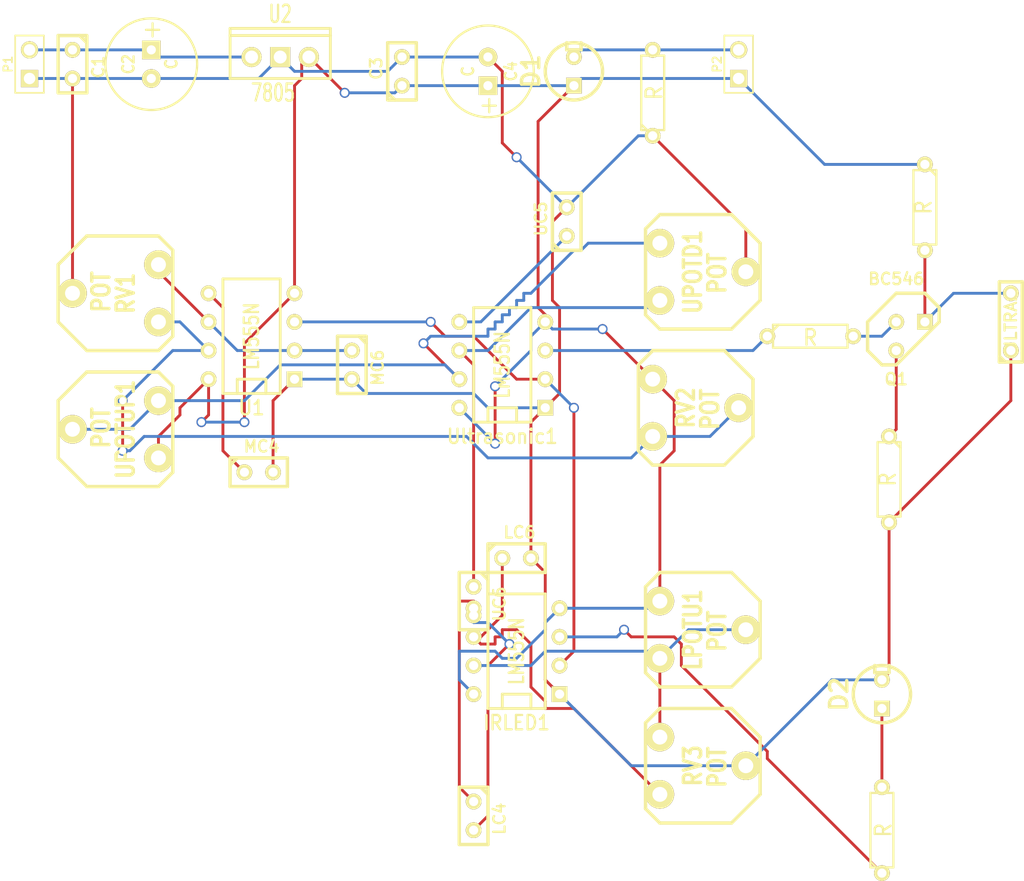
<source format=kicad_pcb>
(kicad_pcb (version 3) (host pcbnew "(25-Oct-2014 BZR 4029)-stable")

  (general
    (links 68)
    (no_connects 1)
    (area 18.415 12.7 109.855 91.44)
    (thickness 1.6)
    (drawings 0)
    (tracks 224)
    (zones 0)
    (modules 31)
    (nets 21)
  )

  (page A3)
  (layers
    (15 F.Cu signal)
    (0 B.Cu signal)
    (16 B.Adhes user)
    (17 F.Adhes user)
    (18 B.Paste user)
    (19 F.Paste user)
    (20 B.SilkS user)
    (21 F.SilkS user)
    (22 B.Mask user)
    (23 F.Mask user)
    (24 Dwgs.User user)
    (25 Cmts.User user)
    (26 Eco1.User user)
    (27 Eco2.User user)
    (28 Edge.Cuts user)
  )

  (setup
    (last_trace_width 0.254)
    (trace_clearance 0.254)
    (zone_clearance 0.508)
    (zone_45_only no)
    (trace_min 0.254)
    (segment_width 0.2)
    (edge_width 0.1)
    (via_size 0.889)
    (via_drill 0.635)
    (via_min_size 0.889)
    (via_min_drill 0.508)
    (uvia_size 0.508)
    (uvia_drill 0.127)
    (uvias_allowed no)
    (uvia_min_size 0.508)
    (uvia_min_drill 0.127)
    (pcb_text_width 0.3)
    (pcb_text_size 1.5 1.5)
    (mod_edge_width 0.15)
    (mod_text_size 1 1)
    (mod_text_width 0.15)
    (pad_size 1.5 1.5)
    (pad_drill 0.6)
    (pad_to_mask_clearance 0)
    (aux_axis_origin 0 0)
    (visible_elements FFFFFFBF)
    (pcbplotparams
      (layerselection 3178497)
      (usegerberextensions true)
      (excludeedgelayer true)
      (linewidth 0.150000)
      (plotframeref false)
      (viasonmask false)
      (mode 1)
      (useauxorigin false)
      (hpglpennumber 1)
      (hpglpenspeed 20)
      (hpglpendiameter 15)
      (hpglpenoverlay 2)
      (psnegative false)
      (psa4output false)
      (plotreference true)
      (plotvalue true)
      (plotothertext true)
      (plotinvisibletext false)
      (padsonsilk false)
      (subtractmaskfromsilk false)
      (outputformat 1)
      (mirror false)
      (drillshape 1)
      (scaleselection 1)
      (outputdirectory ""))
  )

  (net 0 "")
  (net 1 GND)
  (net 2 LEDOUT)
  (net 3 MOUT)
  (net 4 N-000001)
  (net 5 N-0000010)
  (net 6 N-0000011)
  (net 7 N-0000012)
  (net 8 N-0000013)
  (net 9 N-0000015)
  (net 10 N-0000017)
  (net 11 N-0000020)
  (net 12 N-0000021)
  (net 13 N-0000022)
  (net 14 N-0000023)
  (net 15 N-000004)
  (net 16 N-000005)
  (net 17 N-000006)
  (net 18 N-000007)
  (net 19 UlOut)
  (net 20 VCC)

  (net_class Default "This is the default net class."
    (clearance 0.254)
    (trace_width 0.254)
    (via_dia 0.889)
    (via_drill 0.635)
    (uvia_dia 0.508)
    (uvia_drill 0.127)
    (add_net "")
    (add_net GND)
    (add_net LEDOUT)
    (add_net MOUT)
    (add_net N-000001)
    (add_net N-0000010)
    (add_net N-0000011)
    (add_net N-0000012)
    (add_net N-0000013)
    (add_net N-0000015)
    (add_net N-0000017)
    (add_net N-0000020)
    (add_net N-0000021)
    (add_net N-0000022)
    (add_net N-0000023)
    (add_net N-000004)
    (add_net N-000005)
    (add_net N-000006)
    (add_net N-000007)
    (add_net UlOut)
    (add_net VCC)
  )

  (module TO92 (layer F.Cu) (tedit 443CFFD1) (tstamp 55C8457B)
    (at 99.695 42.545)
    (descr "Transistor TO92 brochage type BC237")
    (tags "TR TO92")
    (path /55C791A8)
    (fp_text reference Q1 (at -1.27 3.81) (layer F.SilkS)
      (effects (font (size 1.016 1.016) (thickness 0.2032)))
    )
    (fp_text value BC546 (at -1.27 -5.08) (layer F.SilkS)
      (effects (font (size 1.016 1.016) (thickness 0.2032)))
    )
    (fp_line (start -1.27 2.54) (end 2.54 -1.27) (layer F.SilkS) (width 0.3048))
    (fp_line (start 2.54 -1.27) (end 2.54 -2.54) (layer F.SilkS) (width 0.3048))
    (fp_line (start 2.54 -2.54) (end 1.27 -3.81) (layer F.SilkS) (width 0.3048))
    (fp_line (start 1.27 -3.81) (end -1.27 -3.81) (layer F.SilkS) (width 0.3048))
    (fp_line (start -1.27 -3.81) (end -3.81 -1.27) (layer F.SilkS) (width 0.3048))
    (fp_line (start -3.81 -1.27) (end -3.81 1.27) (layer F.SilkS) (width 0.3048))
    (fp_line (start -3.81 1.27) (end -2.54 2.54) (layer F.SilkS) (width 0.3048))
    (fp_line (start -2.54 2.54) (end -1.27 2.54) (layer F.SilkS) (width 0.3048))
    (pad 1 thru_hole rect (at 1.27 -1.27) (size 1.397 1.397) (drill 0.8128)
      (layers *.Cu *.Mask F.SilkS)
      (net 10 N-0000017)
    )
    (pad 2 thru_hole circle (at -1.27 -1.27) (size 1.397 1.397) (drill 0.8128)
      (layers *.Cu *.Mask F.SilkS)
      (net 9 N-0000015)
    )
    (pad 3 thru_hole circle (at -1.27 1.27) (size 1.397 1.397) (drill 0.8128)
      (layers *.Cu *.Mask F.SilkS)
      (net 6 N-0000011)
    )
    (model discret/to98.wrl
      (at (xyz 0 0 0))
      (scale (xyz 1 1 1))
      (rotate (xyz 0 0 0))
    )
  )

  (module PIN_ARRAY_2X1 (layer F.Cu) (tedit 4565C520) (tstamp 55C845EA)
    (at 21.59 18.415 90)
    (descr "Connecteurs 2 pins")
    (tags "CONN DEV")
    (path /55C72B6A)
    (fp_text reference P1 (at 0 -1.905 90) (layer F.SilkS)
      (effects (font (size 0.762 0.762) (thickness 0.1524)))
    )
    (fp_text value CONN_2 (at 0 -1.905 90) (layer F.SilkS) hide
      (effects (font (size 0.762 0.762) (thickness 0.1524)))
    )
    (fp_line (start -2.54 1.27) (end -2.54 -1.27) (layer F.SilkS) (width 0.1524))
    (fp_line (start -2.54 -1.27) (end 2.54 -1.27) (layer F.SilkS) (width 0.1524))
    (fp_line (start 2.54 -1.27) (end 2.54 1.27) (layer F.SilkS) (width 0.1524))
    (fp_line (start 2.54 1.27) (end -2.54 1.27) (layer F.SilkS) (width 0.1524))
    (pad 1 thru_hole rect (at -1.27 0 90) (size 1.524 1.524) (drill 1.016)
      (layers *.Cu *.Mask F.SilkS)
      (net 1 GND)
    )
    (pad 2 thru_hole circle (at 1.27 0 90) (size 1.524 1.524) (drill 1.016)
      (layers *.Cu *.Mask F.SilkS)
      (net 14 N-0000023)
    )
    (model pin_array/pins_array_2x1.wrl
      (at (xyz 0 0 0))
      (scale (xyz 1 1 1))
      (rotate (xyz 0 0 0))
    )
  )

  (module PIN_ARRAY_2X1 (layer F.Cu) (tedit 4565C520) (tstamp 55C845F4)
    (at 84.455 18.415 90)
    (descr "Connecteurs 2 pins")
    (tags "CONN DEV")
    (path /55C72D27)
    (fp_text reference P2 (at 0 -1.905 90) (layer F.SilkS)
      (effects (font (size 0.762 0.762) (thickness 0.1524)))
    )
    (fp_text value CONN_2 (at 0 -1.905 90) (layer F.SilkS) hide
      (effects (font (size 0.762 0.762) (thickness 0.1524)))
    )
    (fp_line (start -2.54 1.27) (end -2.54 -1.27) (layer F.SilkS) (width 0.1524))
    (fp_line (start -2.54 -1.27) (end 2.54 -1.27) (layer F.SilkS) (width 0.1524))
    (fp_line (start 2.54 -1.27) (end 2.54 1.27) (layer F.SilkS) (width 0.1524))
    (fp_line (start 2.54 1.27) (end -2.54 1.27) (layer F.SilkS) (width 0.1524))
    (pad 1 thru_hole rect (at -1.27 0 90) (size 1.524 1.524) (drill 1.016)
      (layers *.Cu *.Mask F.SilkS)
      (net 20 VCC)
    )
    (pad 2 thru_hole circle (at 1.27 0 90) (size 1.524 1.524) (drill 1.016)
      (layers *.Cu *.Mask F.SilkS)
      (net 17 N-000006)
    )
    (model pin_array/pins_array_2x1.wrl
      (at (xyz 0 0 0))
      (scale (xyz 1 1 1))
      (rotate (xyz 0 0 0))
    )
  )

  (module LM78XXV (layer F.Cu) (tedit 4C5EE157) (tstamp 55C84602)
    (at 43.815 17.78 90)
    (descr "Regulateur TO220 serie LM78xx")
    (tags "TR TO220")
    (path /55C72B5B)
    (fp_text reference U2 (at 3.81 0 180) (layer F.SilkS)
      (effects (font (size 1.524 1.016) (thickness 0.2032)))
    )
    (fp_text value 7805 (at -3.175 -0.635 180) (layer F.SilkS)
      (effects (font (size 1.524 1.016) (thickness 0.2032)))
    )
    (fp_line (start 1.905 -4.445) (end 2.54 -4.445) (layer F.SilkS) (width 0.254))
    (fp_line (start 2.54 -4.445) (end 2.54 4.445) (layer F.SilkS) (width 0.254))
    (fp_line (start 2.54 4.445) (end 1.905 4.445) (layer F.SilkS) (width 0.254))
    (fp_line (start -1.905 -4.445) (end 1.905 -4.445) (layer F.SilkS) (width 0.254))
    (fp_line (start 1.905 -4.445) (end 1.905 4.445) (layer F.SilkS) (width 0.254))
    (fp_line (start 1.905 4.445) (end -1.905 4.445) (layer F.SilkS) (width 0.254))
    (fp_line (start -1.905 4.445) (end -1.905 -4.445) (layer F.SilkS) (width 0.254))
    (pad VI thru_hole circle (at 0 -2.54 90) (size 1.778 1.778) (drill 1.143)
      (layers *.Cu *.Mask F.SilkS)
      (net 14 N-0000023)
    )
    (pad GND thru_hole rect (at 0 0 90) (size 1.778 1.778) (drill 1.143)
      (layers *.Cu *.Mask F.SilkS)
      (net 1 GND)
    )
    (pad VO thru_hole circle (at 0 2.54 90) (size 1.778 1.778) (drill 1.143)
      (layers *.Cu *.Mask F.SilkS)
      (net 20 VCC)
    )
  )

  (module LEDV (layer F.Cu) (tedit 200000) (tstamp 55C8460C)
    (at 97.155 74.295 90)
    (descr "Led verticale diam 6mm")
    (tags "LED DEV")
    (path /55C78EFA)
    (fp_text reference D2 (at 0 -3.81 90) (layer F.SilkS)
      (effects (font (size 1.524 1.524) (thickness 0.3048)))
    )
    (fp_text value LED (at 0 -3.81 90) (layer F.SilkS) hide
      (effects (font (size 1.524 1.524) (thickness 0.3048)))
    )
    (fp_circle (center 0 0) (end -2.54 0) (layer F.SilkS) (width 0.3048))
    (fp_line (start 2.54 -0.635) (end 1.905 -0.635) (layer F.SilkS) (width 0.3048))
    (fp_line (start 1.905 -0.635) (end 1.905 0.635) (layer F.SilkS) (width 0.3048))
    (fp_line (start 1.905 0.635) (end 2.54 0.635) (layer F.SilkS) (width 0.3048))
    (pad 1 thru_hole rect (at -1.27 0 90) (size 1.397 1.397) (drill 0.8128)
      (layers *.Cu *.Mask F.SilkS)
      (net 8 N-0000013)
    )
    (pad 2 thru_hole circle (at 1.27 0 90) (size 1.397 1.397) (drill 0.8128)
      (layers *.Cu *.Mask F.SilkS)
      (net 1 GND)
    )
    (model discret/led5_vertical.wrl
      (at (xyz 0 0 0))
      (scale (xyz 1 1 1))
      (rotate (xyz 0 0 0))
    )
  )

  (module LEDV (layer F.Cu) (tedit 200000) (tstamp 55C84616)
    (at 69.85 19.05 90)
    (descr "Led verticale diam 6mm")
    (tags "LED DEV")
    (path /55C72C86)
    (fp_text reference D1 (at 0 -3.81 90) (layer F.SilkS)
      (effects (font (size 1.524 1.524) (thickness 0.3048)))
    )
    (fp_text value LED (at 0 -3.81 90) (layer F.SilkS) hide
      (effects (font (size 1.524 1.524) (thickness 0.3048)))
    )
    (fp_circle (center 0 0) (end -2.54 0) (layer F.SilkS) (width 0.3048))
    (fp_line (start 2.54 -0.635) (end 1.905 -0.635) (layer F.SilkS) (width 0.3048))
    (fp_line (start 1.905 -0.635) (end 1.905 0.635) (layer F.SilkS) (width 0.3048))
    (fp_line (start 1.905 0.635) (end 2.54 0.635) (layer F.SilkS) (width 0.3048))
    (pad 1 thru_hole rect (at -1.27 0 90) (size 1.397 1.397) (drill 0.8128)
      (layers *.Cu *.Mask F.SilkS)
      (net 20 VCC)
    )
    (pad 2 thru_hole circle (at 1.27 0 90) (size 1.397 1.397) (drill 0.8128)
      (layers *.Cu *.Mask F.SilkS)
      (net 17 N-000006)
    )
    (model discret/led5_vertical.wrl
      (at (xyz 0 0 0))
      (scale (xyz 1 1 1))
      (rotate (xyz 0 0 0))
    )
  )

  (module DIP-8__300 (layer F.Cu) (tedit 43A7F843) (tstamp 55C84629)
    (at 41.275 42.545 90)
    (descr "8 pins DIL package, round pads")
    (tags DIL)
    (path /55C730C0)
    (fp_text reference U1 (at -6.35 0 180) (layer F.SilkS)
      (effects (font (size 1.27 1.143) (thickness 0.2032)))
    )
    (fp_text value LM555N (at 0 0 90) (layer F.SilkS)
      (effects (font (size 1.27 1.016) (thickness 0.2032)))
    )
    (fp_line (start -5.08 -1.27) (end -3.81 -1.27) (layer F.SilkS) (width 0.254))
    (fp_line (start -3.81 -1.27) (end -3.81 1.27) (layer F.SilkS) (width 0.254))
    (fp_line (start -3.81 1.27) (end -5.08 1.27) (layer F.SilkS) (width 0.254))
    (fp_line (start -5.08 -2.54) (end 5.08 -2.54) (layer F.SilkS) (width 0.254))
    (fp_line (start 5.08 -2.54) (end 5.08 2.54) (layer F.SilkS) (width 0.254))
    (fp_line (start 5.08 2.54) (end -5.08 2.54) (layer F.SilkS) (width 0.254))
    (fp_line (start -5.08 2.54) (end -5.08 -2.54) (layer F.SilkS) (width 0.254))
    (pad 1 thru_hole rect (at -3.81 3.81 90) (size 1.397 1.397) (drill 0.8128)
      (layers *.Cu *.Mask F.SilkS)
      (net 1 GND)
    )
    (pad 2 thru_hole circle (at -1.27 3.81 90) (size 1.397 1.397) (drill 0.8128)
      (layers *.Cu *.Mask F.SilkS)
      (net 5 N-0000010)
    )
    (pad 3 thru_hole circle (at 1.27 3.81 90) (size 1.397 1.397) (drill 0.8128)
      (layers *.Cu *.Mask F.SilkS)
      (net 3 MOUT)
    )
    (pad 4 thru_hole circle (at 3.81 3.81 90) (size 1.397 1.397) (drill 0.8128)
      (layers *.Cu *.Mask F.SilkS)
      (net 20 VCC)
    )
    (pad 5 thru_hole circle (at 3.81 -3.81 90) (size 1.397 1.397) (drill 0.8128)
      (layers *.Cu *.Mask F.SilkS)
      (net 4 N-000001)
    )
    (pad 6 thru_hole circle (at 1.27 -3.81 90) (size 1.397 1.397) (drill 0.8128)
      (layers *.Cu *.Mask F.SilkS)
      (net 5 N-0000010)
    )
    (pad 7 thru_hole circle (at -1.27 -3.81 90) (size 1.397 1.397) (drill 0.8128)
      (layers *.Cu *.Mask F.SilkS)
      (net 15 N-000004)
    )
    (pad 8 thru_hole circle (at -3.81 -3.81 90) (size 1.397 1.397) (drill 0.8128)
      (layers *.Cu *.Mask F.SilkS)
      (net 20 VCC)
    )
    (model dil/dil_8.wrl
      (at (xyz 0 0 0))
      (scale (xyz 1 1 1))
      (rotate (xyz 0 0 0))
    )
  )

  (module DIP-8__300 (layer F.Cu) (tedit 43A7F843) (tstamp 55C8463C)
    (at 63.5 45.085 90)
    (descr "8 pins DIL package, round pads")
    (tags DIL)
    (path /55C78A45)
    (fp_text reference Ultrasonic1 (at -6.35 0 180) (layer F.SilkS)
      (effects (font (size 1.27 1.143) (thickness 0.2032)))
    )
    (fp_text value LM555N (at 0 0 90) (layer F.SilkS)
      (effects (font (size 1.27 1.016) (thickness 0.2032)))
    )
    (fp_line (start -5.08 -1.27) (end -3.81 -1.27) (layer F.SilkS) (width 0.254))
    (fp_line (start -3.81 -1.27) (end -3.81 1.27) (layer F.SilkS) (width 0.254))
    (fp_line (start -3.81 1.27) (end -5.08 1.27) (layer F.SilkS) (width 0.254))
    (fp_line (start -5.08 -2.54) (end 5.08 -2.54) (layer F.SilkS) (width 0.254))
    (fp_line (start 5.08 -2.54) (end 5.08 2.54) (layer F.SilkS) (width 0.254))
    (fp_line (start 5.08 2.54) (end -5.08 2.54) (layer F.SilkS) (width 0.254))
    (fp_line (start -5.08 2.54) (end -5.08 -2.54) (layer F.SilkS) (width 0.254))
    (pad 1 thru_hole rect (at -3.81 3.81 90) (size 1.397 1.397) (drill 0.8128)
      (layers *.Cu *.Mask F.SilkS)
      (net 1 GND)
    )
    (pad 2 thru_hole circle (at -1.27 3.81 90) (size 1.397 1.397) (drill 0.8128)
      (layers *.Cu *.Mask F.SilkS)
      (net 3 MOUT)
    )
    (pad 3 thru_hole circle (at 1.27 3.81 90) (size 1.397 1.397) (drill 0.8128)
      (layers *.Cu *.Mask F.SilkS)
      (net 19 UlOut)
    )
    (pad 4 thru_hole circle (at 3.81 3.81 90) (size 1.397 1.397) (drill 0.8128)
      (layers *.Cu *.Mask F.SilkS)
      (net 20 VCC)
    )
    (pad 5 thru_hole circle (at 3.81 -3.81 90) (size 1.397 1.397) (drill 0.8128)
      (layers *.Cu *.Mask F.SilkS)
      (net 13 N-0000022)
    )
    (pad 6 thru_hole circle (at 1.27 -3.81 90) (size 1.397 1.397) (drill 0.8128)
      (layers *.Cu *.Mask F.SilkS)
      (net 12 N-0000021)
    )
    (pad 7 thru_hole circle (at -1.27 -3.81 90) (size 1.397 1.397) (drill 0.8128)
      (layers *.Cu *.Mask F.SilkS)
      (net 7 N-0000012)
    )
    (pad 8 thru_hole circle (at -3.81 -3.81 90) (size 1.397 1.397) (drill 0.8128)
      (layers *.Cu *.Mask F.SilkS)
      (net 20 VCC)
    )
    (model dil/dil_8.wrl
      (at (xyz 0 0 0))
      (scale (xyz 1 1 1))
      (rotate (xyz 0 0 0))
    )
  )

  (module DIP-8__300 (layer F.Cu) (tedit 43A7F843) (tstamp 55C8464F)
    (at 64.77 70.485 90)
    (descr "8 pins DIL package, round pads")
    (tags DIL)
    (path /55C789F5)
    (fp_text reference IRLED1 (at -6.35 0 180) (layer F.SilkS)
      (effects (font (size 1.27 1.143) (thickness 0.2032)))
    )
    (fp_text value LM555N (at 0 0 90) (layer F.SilkS)
      (effects (font (size 1.27 1.016) (thickness 0.2032)))
    )
    (fp_line (start -5.08 -1.27) (end -3.81 -1.27) (layer F.SilkS) (width 0.254))
    (fp_line (start -3.81 -1.27) (end -3.81 1.27) (layer F.SilkS) (width 0.254))
    (fp_line (start -3.81 1.27) (end -5.08 1.27) (layer F.SilkS) (width 0.254))
    (fp_line (start -5.08 -2.54) (end 5.08 -2.54) (layer F.SilkS) (width 0.254))
    (fp_line (start 5.08 -2.54) (end 5.08 2.54) (layer F.SilkS) (width 0.254))
    (fp_line (start 5.08 2.54) (end -5.08 2.54) (layer F.SilkS) (width 0.254))
    (fp_line (start -5.08 2.54) (end -5.08 -2.54) (layer F.SilkS) (width 0.254))
    (pad 1 thru_hole rect (at -3.81 3.81 90) (size 1.397 1.397) (drill 0.8128)
      (layers *.Cu *.Mask F.SilkS)
      (net 1 GND)
    )
    (pad 2 thru_hole circle (at -1.27 3.81 90) (size 1.397 1.397) (drill 0.8128)
      (layers *.Cu *.Mask F.SilkS)
      (net 3 MOUT)
    )
    (pad 3 thru_hole circle (at 1.27 3.81 90) (size 1.397 1.397) (drill 0.8128)
      (layers *.Cu *.Mask F.SilkS)
      (net 2 LEDOUT)
    )
    (pad 4 thru_hole circle (at 3.81 3.81 90) (size 1.397 1.397) (drill 0.8128)
      (layers *.Cu *.Mask F.SilkS)
      (net 20 VCC)
    )
    (pad 5 thru_hole circle (at 3.81 -3.81 90) (size 1.397 1.397) (drill 0.8128)
      (layers *.Cu *.Mask F.SilkS)
      (net 18 N-000007)
    )
    (pad 6 thru_hole circle (at 1.27 -3.81 90) (size 1.397 1.397) (drill 0.8128)
      (layers *.Cu *.Mask F.SilkS)
      (net 16 N-000005)
    )
    (pad 7 thru_hole circle (at -1.27 -3.81 90) (size 1.397 1.397) (drill 0.8128)
      (layers *.Cu *.Mask F.SilkS)
      (net 11 N-0000020)
    )
    (pad 8 thru_hole circle (at -3.81 -3.81 90) (size 1.397 1.397) (drill 0.8128)
      (layers *.Cu *.Mask F.SilkS)
      (net 20 VCC)
    )
    (model dil/dil_8.wrl
      (at (xyz 0 0 0))
      (scale (xyz 1 1 1))
      (rotate (xyz 0 0 0))
    )
  )

  (module CVAR3X2 (layer F.Cu) (tedit 200000) (tstamp 55C8465E)
    (at 81.28 68.58 270)
    (descr "Condensateur ajustable")
    (tags "C DEV")
    (path /55C78A3A)
    (fp_text reference LPOTU1 (at 0 0.889 270) (layer F.SilkS)
      (effects (font (size 1.524 1.27) (thickness 0.3048)))
    )
    (fp_text value POT (at 0.127 -1.27 270) (layer F.SilkS)
      (effects (font (size 1.524 1.27) (thickness 0.3048)))
    )
    (fp_line (start 2.54 -5.08) (end -2.54 -5.08) (layer F.SilkS) (width 0.3048))
    (fp_line (start -2.54 -5.08) (end -5.08 -2.54) (layer F.SilkS) (width 0.3048))
    (fp_line (start -5.08 -2.54) (end -5.08 3.81) (layer F.SilkS) (width 0.3048))
    (fp_line (start -5.08 3.81) (end -3.81 5.08) (layer F.SilkS) (width 0.3048))
    (fp_line (start -3.81 5.08) (end 3.81 5.08) (layer F.SilkS) (width 0.3048))
    (fp_line (start 3.81 5.08) (end 5.08 3.81) (layer F.SilkS) (width 0.3048))
    (fp_line (start 5.08 3.81) (end 5.08 -2.54) (layer F.SilkS) (width 0.3048))
    (fp_line (start 5.08 -2.54) (end 2.54 -5.08) (layer F.SilkS) (width 0.3048))
    (pad 1 thru_hole circle (at 0 -3.81 270) (size 2.54 2.54) (drill 1.3208)
      (layers *.Cu *.Mask F.SilkS)
      (net 11 N-0000020)
    )
    (pad 2 thru_hole circle (at 2.54 3.81 270) (size 2.54 2.54) (drill 1.3208)
      (layers *.Cu *.Mask F.SilkS)
      (net 11 N-0000020)
    )
    (pad 3 thru_hole circle (at -2.54 3.81 270) (size 2.54 2.54) (drill 1.3208)
      (layers *.Cu *.Mask F.SilkS)
      (net 20 VCC)
    )
  )

  (module CVAR3X2 (layer F.Cu) (tedit 200000) (tstamp 55C8466D)
    (at 29.21 50.8 90)
    (descr "Condensateur ajustable")
    (tags "C DEV")
    (path /55C78A8A)
    (fp_text reference UPOTUP1 (at 0 0.889 90) (layer F.SilkS)
      (effects (font (size 1.524 1.27) (thickness 0.3048)))
    )
    (fp_text value POT (at 0.127 -1.27 90) (layer F.SilkS)
      (effects (font (size 1.524 1.27) (thickness 0.3048)))
    )
    (fp_line (start 2.54 -5.08) (end -2.54 -5.08) (layer F.SilkS) (width 0.3048))
    (fp_line (start -2.54 -5.08) (end -5.08 -2.54) (layer F.SilkS) (width 0.3048))
    (fp_line (start -5.08 -2.54) (end -5.08 3.81) (layer F.SilkS) (width 0.3048))
    (fp_line (start -5.08 3.81) (end -3.81 5.08) (layer F.SilkS) (width 0.3048))
    (fp_line (start -3.81 5.08) (end 3.81 5.08) (layer F.SilkS) (width 0.3048))
    (fp_line (start 3.81 5.08) (end 5.08 3.81) (layer F.SilkS) (width 0.3048))
    (fp_line (start 5.08 3.81) (end 5.08 -2.54) (layer F.SilkS) (width 0.3048))
    (fp_line (start 5.08 -2.54) (end 2.54 -5.08) (layer F.SilkS) (width 0.3048))
    (pad 1 thru_hole circle (at 0 -3.81 90) (size 2.54 2.54) (drill 1.3208)
      (layers *.Cu *.Mask F.SilkS)
      (net 7 N-0000012)
    )
    (pad 2 thru_hole circle (at 2.54 3.81 90) (size 2.54 2.54) (drill 1.3208)
      (layers *.Cu *.Mask F.SilkS)
      (net 7 N-0000012)
    )
    (pad 3 thru_hole circle (at -2.54 3.81 90) (size 2.54 2.54) (drill 1.3208)
      (layers *.Cu *.Mask F.SilkS)
      (net 20 VCC)
    )
  )

  (module CVAR3X2 (layer F.Cu) (tedit 200000) (tstamp 55C8467C)
    (at 81.28 36.83 270)
    (descr "Condensateur ajustable")
    (tags "C DEV")
    (path /55C78A51)
    (fp_text reference UPOTD1 (at 0 0.889 270) (layer F.SilkS)
      (effects (font (size 1.524 1.27) (thickness 0.3048)))
    )
    (fp_text value POT (at 0.127 -1.27 270) (layer F.SilkS)
      (effects (font (size 1.524 1.27) (thickness 0.3048)))
    )
    (fp_line (start 2.54 -5.08) (end -2.54 -5.08) (layer F.SilkS) (width 0.3048))
    (fp_line (start -2.54 -5.08) (end -5.08 -2.54) (layer F.SilkS) (width 0.3048))
    (fp_line (start -5.08 -2.54) (end -5.08 3.81) (layer F.SilkS) (width 0.3048))
    (fp_line (start -5.08 3.81) (end -3.81 5.08) (layer F.SilkS) (width 0.3048))
    (fp_line (start -3.81 5.08) (end 3.81 5.08) (layer F.SilkS) (width 0.3048))
    (fp_line (start 3.81 5.08) (end 5.08 3.81) (layer F.SilkS) (width 0.3048))
    (fp_line (start 5.08 3.81) (end 5.08 -2.54) (layer F.SilkS) (width 0.3048))
    (fp_line (start 5.08 -2.54) (end 2.54 -5.08) (layer F.SilkS) (width 0.3048))
    (pad 1 thru_hole circle (at 0 -3.81 270) (size 2.54 2.54) (drill 1.3208)
      (layers *.Cu *.Mask F.SilkS)
      (net 1 GND)
    )
    (pad 2 thru_hole circle (at 2.54 3.81 270) (size 2.54 2.54) (drill 1.3208)
      (layers *.Cu *.Mask F.SilkS)
      (net 12 N-0000021)
    )
    (pad 3 thru_hole circle (at -2.54 3.81 270) (size 2.54 2.54) (drill 1.3208)
      (layers *.Cu *.Mask F.SilkS)
      (net 7 N-0000012)
    )
  )

  (module CVAR3X2 (layer F.Cu) (tedit 200000) (tstamp 55C8468B)
    (at 81.28 80.645 270)
    (descr "Condensateur ajustable")
    (tags "C DEV")
    (path /55C78A01)
    (fp_text reference RV3 (at 0 0.889 270) (layer F.SilkS)
      (effects (font (size 1.524 1.27) (thickness 0.3048)))
    )
    (fp_text value POT (at 0.127 -1.27 270) (layer F.SilkS)
      (effects (font (size 1.524 1.27) (thickness 0.3048)))
    )
    (fp_line (start 2.54 -5.08) (end -2.54 -5.08) (layer F.SilkS) (width 0.3048))
    (fp_line (start -2.54 -5.08) (end -5.08 -2.54) (layer F.SilkS) (width 0.3048))
    (fp_line (start -5.08 -2.54) (end -5.08 3.81) (layer F.SilkS) (width 0.3048))
    (fp_line (start -5.08 3.81) (end -3.81 5.08) (layer F.SilkS) (width 0.3048))
    (fp_line (start -3.81 5.08) (end 3.81 5.08) (layer F.SilkS) (width 0.3048))
    (fp_line (start 3.81 5.08) (end 5.08 3.81) (layer F.SilkS) (width 0.3048))
    (fp_line (start 5.08 3.81) (end 5.08 -2.54) (layer F.SilkS) (width 0.3048))
    (fp_line (start 5.08 -2.54) (end 2.54 -5.08) (layer F.SilkS) (width 0.3048))
    (pad 1 thru_hole circle (at 0 -3.81 270) (size 2.54 2.54) (drill 1.3208)
      (layers *.Cu *.Mask F.SilkS)
      (net 1 GND)
    )
    (pad 2 thru_hole circle (at 2.54 3.81 270) (size 2.54 2.54) (drill 1.3208)
      (layers *.Cu *.Mask F.SilkS)
      (net 16 N-000005)
    )
    (pad 3 thru_hole circle (at -2.54 3.81 270) (size 2.54 2.54) (drill 1.3208)
      (layers *.Cu *.Mask F.SilkS)
      (net 11 N-0000020)
    )
  )

  (module CVAR3X2 (layer F.Cu) (tedit 200000) (tstamp 55C8469A)
    (at 80.645 48.895 270)
    (descr "Condensateur ajustable")
    (tags "C DEV")
    (path /55C73130)
    (fp_text reference RV2 (at 0 0.889 270) (layer F.SilkS)
      (effects (font (size 1.524 1.27) (thickness 0.3048)))
    )
    (fp_text value POT (at 0.127 -1.27 270) (layer F.SilkS)
      (effects (font (size 1.524 1.27) (thickness 0.3048)))
    )
    (fp_line (start 2.54 -5.08) (end -2.54 -5.08) (layer F.SilkS) (width 0.3048))
    (fp_line (start -2.54 -5.08) (end -5.08 -2.54) (layer F.SilkS) (width 0.3048))
    (fp_line (start -5.08 -2.54) (end -5.08 3.81) (layer F.SilkS) (width 0.3048))
    (fp_line (start -5.08 3.81) (end -3.81 5.08) (layer F.SilkS) (width 0.3048))
    (fp_line (start -3.81 5.08) (end 3.81 5.08) (layer F.SilkS) (width 0.3048))
    (fp_line (start 3.81 5.08) (end 5.08 3.81) (layer F.SilkS) (width 0.3048))
    (fp_line (start 5.08 3.81) (end 5.08 -2.54) (layer F.SilkS) (width 0.3048))
    (fp_line (start 5.08 -2.54) (end 2.54 -5.08) (layer F.SilkS) (width 0.3048))
    (pad 1 thru_hole circle (at 0 -3.81 270) (size 2.54 2.54) (drill 1.3208)
      (layers *.Cu *.Mask F.SilkS)
      (net 15 N-000004)
    )
    (pad 2 thru_hole circle (at 2.54 3.81 270) (size 2.54 2.54) (drill 1.3208)
      (layers *.Cu *.Mask F.SilkS)
      (net 15 N-000004)
    )
    (pad 3 thru_hole circle (at -2.54 3.81 270) (size 2.54 2.54) (drill 1.3208)
      (layers *.Cu *.Mask F.SilkS)
      (net 20 VCC)
    )
  )

  (module CVAR3X2 (layer F.Cu) (tedit 200000) (tstamp 55C846A9)
    (at 29.21 38.735 90)
    (descr "Condensateur ajustable")
    (tags "C DEV")
    (path /55C7313D)
    (fp_text reference RV1 (at 0 0.889 90) (layer F.SilkS)
      (effects (font (size 1.524 1.27) (thickness 0.3048)))
    )
    (fp_text value POT (at 0.127 -1.27 90) (layer F.SilkS)
      (effects (font (size 1.524 1.27) (thickness 0.3048)))
    )
    (fp_line (start 2.54 -5.08) (end -2.54 -5.08) (layer F.SilkS) (width 0.3048))
    (fp_line (start -2.54 -5.08) (end -5.08 -2.54) (layer F.SilkS) (width 0.3048))
    (fp_line (start -5.08 -2.54) (end -5.08 3.81) (layer F.SilkS) (width 0.3048))
    (fp_line (start -5.08 3.81) (end -3.81 5.08) (layer F.SilkS) (width 0.3048))
    (fp_line (start -3.81 5.08) (end 3.81 5.08) (layer F.SilkS) (width 0.3048))
    (fp_line (start 3.81 5.08) (end 5.08 3.81) (layer F.SilkS) (width 0.3048))
    (fp_line (start 5.08 3.81) (end 5.08 -2.54) (layer F.SilkS) (width 0.3048))
    (fp_line (start 5.08 -2.54) (end 2.54 -5.08) (layer F.SilkS) (width 0.3048))
    (pad 1 thru_hole circle (at 0 -3.81 90) (size 2.54 2.54) (drill 1.3208)
      (layers *.Cu *.Mask F.SilkS)
      (net 1 GND)
    )
    (pad 2 thru_hole circle (at 2.54 3.81 90) (size 2.54 2.54) (drill 1.3208)
      (layers *.Cu *.Mask F.SilkS)
      (net 5 N-0000010)
    )
    (pad 3 thru_hole circle (at -2.54 3.81 90) (size 2.54 2.54) (drill 1.3208)
      (layers *.Cu *.Mask F.SilkS)
      (net 15 N-000004)
    )
  )

  (module C2 (layer F.Cu) (tedit 200000) (tstamp 55C846BB)
    (at 108.585 41.275 90)
    (descr "Condensateur = 2 pas")
    (tags C)
    (path /55C790BD)
    (fp_text reference ULTRA1 (at 0 0 90) (layer F.SilkS)
      (effects (font (size 1.016 1.016) (thickness 0.2032)))
    )
    (fp_text value CRYSTAL (at 0 0 90) (layer F.SilkS) hide
      (effects (font (size 1.016 1.016) (thickness 0.2032)))
    )
    (fp_line (start -3.556 -1.016) (end 3.556 -1.016) (layer F.SilkS) (width 0.3048))
    (fp_line (start 3.556 -1.016) (end 3.556 1.016) (layer F.SilkS) (width 0.3048))
    (fp_line (start 3.556 1.016) (end -3.556 1.016) (layer F.SilkS) (width 0.3048))
    (fp_line (start -3.556 1.016) (end -3.556 -1.016) (layer F.SilkS) (width 0.3048))
    (fp_line (start -3.556 -0.508) (end -3.048 -1.016) (layer F.SilkS) (width 0.3048))
    (pad 1 thru_hole circle (at -2.54 0 90) (size 1.397 1.397) (drill 0.8128)
      (layers *.Cu *.Mask F.SilkS)
      (net 1 GND)
    )
    (pad 2 thru_hole circle (at 2.54 0 90) (size 1.397 1.397) (drill 0.8128)
      (layers *.Cu *.Mask F.SilkS)
      (net 10 N-0000017)
    )
    (model discret/capa_2pas_5x5mm.wrl
      (at (xyz 0 0 0))
      (scale (xyz 1 1 1))
      (rotate (xyz 0 0 0))
    )
  )

  (module C1V8 (layer F.Cu) (tedit 3DD3A719) (tstamp 55C846C3)
    (at 32.385 18.415 270)
    (path /55C72B79)
    (fp_text reference C2 (at 0 2.032 270) (layer F.SilkS)
      (effects (font (size 1.016 0.889) (thickness 0.2032)))
    )
    (fp_text value C (at 0 -1.77546 270) (layer F.SilkS)
      (effects (font (size 1.016 0.889) (thickness 0.2032)))
    )
    (fp_text user + (at -3.04546 0 270) (layer F.SilkS)
      (effects (font (size 1.524 1.524) (thickness 0.2032)))
    )
    (fp_circle (center 0 0) (end 4.064 0) (layer F.SilkS) (width 0.2032))
    (pad 1 thru_hole rect (at -1.27 0 270) (size 1.651 1.651) (drill 0.8128)
      (layers *.Cu *.Mask F.SilkS)
      (net 14 N-0000023)
    )
    (pad 2 thru_hole circle (at 1.27 0 270) (size 1.651 1.651) (drill 0.8128)
      (layers *.Cu *.Mask F.SilkS)
      (net 1 GND)
    )
    (model discret/c_vert_c1v8.wrl
      (at (xyz 0 0 0))
      (scale (xyz 1 1 1))
      (rotate (xyz 0 0 0))
    )
  )

  (module C1 (layer F.Cu) (tedit 3F92C496) (tstamp 55C846CE)
    (at 64.77 62.23)
    (descr "Condensateur e = 1 pas")
    (tags C)
    (path /55C78A0E)
    (fp_text reference LC6 (at 0.254 -2.286) (layer F.SilkS)
      (effects (font (size 1.016 1.016) (thickness 0.2032)))
    )
    (fp_text value C (at 0 -2.286) (layer F.SilkS) hide
      (effects (font (size 1.016 1.016) (thickness 0.2032)))
    )
    (fp_line (start -2.4892 -1.27) (end 2.54 -1.27) (layer F.SilkS) (width 0.3048))
    (fp_line (start 2.54 -1.27) (end 2.54 1.27) (layer F.SilkS) (width 0.3048))
    (fp_line (start 2.54 1.27) (end -2.54 1.27) (layer F.SilkS) (width 0.3048))
    (fp_line (start -2.54 1.27) (end -2.54 -1.27) (layer F.SilkS) (width 0.3048))
    (fp_line (start -2.54 -0.635) (end -1.905 -1.27) (layer F.SilkS) (width 0.3048))
    (pad 1 thru_hole circle (at -1.27 0) (size 1.397 1.397) (drill 0.8128)
      (layers *.Cu *.Mask F.SilkS)
      (net 16 N-000005)
    )
    (pad 2 thru_hole circle (at 1.27 0) (size 1.397 1.397) (drill 0.8128)
      (layers *.Cu *.Mask F.SilkS)
      (net 1 GND)
    )
    (model discret/capa_1_pas.wrl
      (at (xyz 0 0 0))
      (scale (xyz 1 1 1))
      (rotate (xyz 0 0 0))
    )
  )

  (module C1 (layer F.Cu) (tedit 3F92C496) (tstamp 55C846D9)
    (at 60.96 85.09 270)
    (descr "Condensateur e = 1 pas")
    (tags C)
    (path /55C78A14)
    (fp_text reference LC4 (at 0.254 -2.286 270) (layer F.SilkS)
      (effects (font (size 1.016 1.016) (thickness 0.2032)))
    )
    (fp_text value C (at 0 -2.286 270) (layer F.SilkS) hide
      (effects (font (size 1.016 1.016) (thickness 0.2032)))
    )
    (fp_line (start -2.4892 -1.27) (end 2.54 -1.27) (layer F.SilkS) (width 0.3048))
    (fp_line (start 2.54 -1.27) (end 2.54 1.27) (layer F.SilkS) (width 0.3048))
    (fp_line (start 2.54 1.27) (end -2.54 1.27) (layer F.SilkS) (width 0.3048))
    (fp_line (start -2.54 1.27) (end -2.54 -1.27) (layer F.SilkS) (width 0.3048))
    (fp_line (start -2.54 -0.635) (end -1.905 -1.27) (layer F.SilkS) (width 0.3048))
    (pad 1 thru_hole circle (at -1.27 0 270) (size 1.397 1.397) (drill 0.8128)
      (layers *.Cu *.Mask F.SilkS)
      (net 18 N-000007)
    )
    (pad 2 thru_hole circle (at 1.27 0 270) (size 1.397 1.397) (drill 0.8128)
      (layers *.Cu *.Mask F.SilkS)
      (net 1 GND)
    )
    (model discret/capa_1_pas.wrl
      (at (xyz 0 0 0))
      (scale (xyz 1 1 1))
      (rotate (xyz 0 0 0))
    )
  )

  (module C1 (layer F.Cu) (tedit 3F92C496) (tstamp 55C846E4)
    (at 41.91 54.61)
    (descr "Condensateur e = 1 pas")
    (tags C)
    (path /55C737A7)
    (fp_text reference MC4 (at 0.254 -2.286) (layer F.SilkS)
      (effects (font (size 1.016 1.016) (thickness 0.2032)))
    )
    (fp_text value C (at 0 -2.286) (layer F.SilkS) hide
      (effects (font (size 1.016 1.016) (thickness 0.2032)))
    )
    (fp_line (start -2.4892 -1.27) (end 2.54 -1.27) (layer F.SilkS) (width 0.3048))
    (fp_line (start 2.54 -1.27) (end 2.54 1.27) (layer F.SilkS) (width 0.3048))
    (fp_line (start 2.54 1.27) (end -2.54 1.27) (layer F.SilkS) (width 0.3048))
    (fp_line (start -2.54 1.27) (end -2.54 -1.27) (layer F.SilkS) (width 0.3048))
    (fp_line (start -2.54 -0.635) (end -1.905 -1.27) (layer F.SilkS) (width 0.3048))
    (pad 1 thru_hole circle (at -1.27 0) (size 1.397 1.397) (drill 0.8128)
      (layers *.Cu *.Mask F.SilkS)
      (net 4 N-000001)
    )
    (pad 2 thru_hole circle (at 1.27 0) (size 1.397 1.397) (drill 0.8128)
      (layers *.Cu *.Mask F.SilkS)
      (net 1 GND)
    )
    (model discret/capa_1_pas.wrl
      (at (xyz 0 0 0))
      (scale (xyz 1 1 1))
      (rotate (xyz 0 0 0))
    )
  )

  (module C1 (layer F.Cu) (tedit 3F92C496) (tstamp 55C846EF)
    (at 60.96 66.04 270)
    (descr "Condensateur e = 1 pas")
    (tags C)
    (path /55C78A5E)
    (fp_text reference UC6 (at 0.254 -2.286 270) (layer F.SilkS)
      (effects (font (size 1.016 1.016) (thickness 0.2032)))
    )
    (fp_text value C (at 0 -2.286 270) (layer F.SilkS) hide
      (effects (font (size 1.016 1.016) (thickness 0.2032)))
    )
    (fp_line (start -2.4892 -1.27) (end 2.54 -1.27) (layer F.SilkS) (width 0.3048))
    (fp_line (start 2.54 -1.27) (end 2.54 1.27) (layer F.SilkS) (width 0.3048))
    (fp_line (start 2.54 1.27) (end -2.54 1.27) (layer F.SilkS) (width 0.3048))
    (fp_line (start -2.54 1.27) (end -2.54 -1.27) (layer F.SilkS) (width 0.3048))
    (fp_line (start -2.54 -0.635) (end -1.905 -1.27) (layer F.SilkS) (width 0.3048))
    (pad 1 thru_hole circle (at -1.27 0 270) (size 1.397 1.397) (drill 0.8128)
      (layers *.Cu *.Mask F.SilkS)
      (net 12 N-0000021)
    )
    (pad 2 thru_hole circle (at 1.27 0 270) (size 1.397 1.397) (drill 0.8128)
      (layers *.Cu *.Mask F.SilkS)
      (net 1 GND)
    )
    (model discret/capa_1_pas.wrl
      (at (xyz 0 0 0))
      (scale (xyz 1 1 1))
      (rotate (xyz 0 0 0))
    )
  )

  (module C1 (layer F.Cu) (tedit 3F92C496) (tstamp 55C846FA)
    (at 69.215 32.385 90)
    (descr "Condensateur e = 1 pas")
    (tags C)
    (path /55C78A64)
    (fp_text reference UC5 (at 0.254 -2.286 90) (layer F.SilkS)
      (effects (font (size 1.016 1.016) (thickness 0.2032)))
    )
    (fp_text value C (at 0 -2.286 90) (layer F.SilkS) hide
      (effects (font (size 1.016 1.016) (thickness 0.2032)))
    )
    (fp_line (start -2.4892 -1.27) (end 2.54 -1.27) (layer F.SilkS) (width 0.3048))
    (fp_line (start 2.54 -1.27) (end 2.54 1.27) (layer F.SilkS) (width 0.3048))
    (fp_line (start 2.54 1.27) (end -2.54 1.27) (layer F.SilkS) (width 0.3048))
    (fp_line (start -2.54 1.27) (end -2.54 -1.27) (layer F.SilkS) (width 0.3048))
    (fp_line (start -2.54 -0.635) (end -1.905 -1.27) (layer F.SilkS) (width 0.3048))
    (pad 1 thru_hole circle (at -1.27 0 90) (size 1.397 1.397) (drill 0.8128)
      (layers *.Cu *.Mask F.SilkS)
      (net 13 N-0000022)
    )
    (pad 2 thru_hole circle (at 1.27 0 90) (size 1.397 1.397) (drill 0.8128)
      (layers *.Cu *.Mask F.SilkS)
      (net 1 GND)
    )
    (model discret/capa_1_pas.wrl
      (at (xyz 0 0 0))
      (scale (xyz 1 1 1))
      (rotate (xyz 0 0 0))
    )
  )

  (module C1 (layer F.Cu) (tedit 3F92C496) (tstamp 55C84705)
    (at 50.165 45.085 270)
    (descr "Condensateur e = 1 pas")
    (tags C)
    (path /55C73734)
    (fp_text reference MC6 (at 0.254 -2.286 270) (layer F.SilkS)
      (effects (font (size 1.016 1.016) (thickness 0.2032)))
    )
    (fp_text value C (at 0 -2.286 270) (layer F.SilkS) hide
      (effects (font (size 1.016 1.016) (thickness 0.2032)))
    )
    (fp_line (start -2.4892 -1.27) (end 2.54 -1.27) (layer F.SilkS) (width 0.3048))
    (fp_line (start 2.54 -1.27) (end 2.54 1.27) (layer F.SilkS) (width 0.3048))
    (fp_line (start 2.54 1.27) (end -2.54 1.27) (layer F.SilkS) (width 0.3048))
    (fp_line (start -2.54 1.27) (end -2.54 -1.27) (layer F.SilkS) (width 0.3048))
    (fp_line (start -2.54 -0.635) (end -1.905 -1.27) (layer F.SilkS) (width 0.3048))
    (pad 1 thru_hole circle (at -1.27 0 270) (size 1.397 1.397) (drill 0.8128)
      (layers *.Cu *.Mask F.SilkS)
      (net 5 N-0000010)
    )
    (pad 2 thru_hole circle (at 1.27 0 270) (size 1.397 1.397) (drill 0.8128)
      (layers *.Cu *.Mask F.SilkS)
      (net 1 GND)
    )
    (model discret/capa_1_pas.wrl
      (at (xyz 0 0 0))
      (scale (xyz 1 1 1))
      (rotate (xyz 0 0 0))
    )
  )

  (module C1 (layer F.Cu) (tedit 3F92C496) (tstamp 55C84710)
    (at 25.4 18.415 270)
    (descr "Condensateur e = 1 pas")
    (tags C)
    (path /55C72B97)
    (fp_text reference C1 (at 0.254 -2.286 270) (layer F.SilkS)
      (effects (font (size 1.016 1.016) (thickness 0.2032)))
    )
    (fp_text value C (at 0 -2.286 270) (layer F.SilkS) hide
      (effects (font (size 1.016 1.016) (thickness 0.2032)))
    )
    (fp_line (start -2.4892 -1.27) (end 2.54 -1.27) (layer F.SilkS) (width 0.3048))
    (fp_line (start 2.54 -1.27) (end 2.54 1.27) (layer F.SilkS) (width 0.3048))
    (fp_line (start 2.54 1.27) (end -2.54 1.27) (layer F.SilkS) (width 0.3048))
    (fp_line (start -2.54 1.27) (end -2.54 -1.27) (layer F.SilkS) (width 0.3048))
    (fp_line (start -2.54 -0.635) (end -1.905 -1.27) (layer F.SilkS) (width 0.3048))
    (pad 1 thru_hole circle (at -1.27 0 270) (size 1.397 1.397) (drill 0.8128)
      (layers *.Cu *.Mask F.SilkS)
      (net 14 N-0000023)
    )
    (pad 2 thru_hole circle (at 1.27 0 270) (size 1.397 1.397) (drill 0.8128)
      (layers *.Cu *.Mask F.SilkS)
      (net 1 GND)
    )
    (model discret/capa_1_pas.wrl
      (at (xyz 0 0 0))
      (scale (xyz 1 1 1))
      (rotate (xyz 0 0 0))
    )
  )

  (module C1 (layer F.Cu) (tedit 3F92C496) (tstamp 55C8471B)
    (at 54.61 19.05 90)
    (descr "Condensateur e = 1 pas")
    (tags C)
    (path /55C72B88)
    (fp_text reference C3 (at 0.254 -2.286 90) (layer F.SilkS)
      (effects (font (size 1.016 1.016) (thickness 0.2032)))
    )
    (fp_text value C (at 0 -2.286 90) (layer F.SilkS) hide
      (effects (font (size 1.016 1.016) (thickness 0.2032)))
    )
    (fp_line (start -2.4892 -1.27) (end 2.54 -1.27) (layer F.SilkS) (width 0.3048))
    (fp_line (start 2.54 -1.27) (end 2.54 1.27) (layer F.SilkS) (width 0.3048))
    (fp_line (start 2.54 1.27) (end -2.54 1.27) (layer F.SilkS) (width 0.3048))
    (fp_line (start -2.54 1.27) (end -2.54 -1.27) (layer F.SilkS) (width 0.3048))
    (fp_line (start -2.54 -0.635) (end -1.905 -1.27) (layer F.SilkS) (width 0.3048))
    (pad 1 thru_hole circle (at -1.27 0 90) (size 1.397 1.397) (drill 0.8128)
      (layers *.Cu *.Mask F.SilkS)
      (net 20 VCC)
    )
    (pad 2 thru_hole circle (at 1.27 0 90) (size 1.397 1.397) (drill 0.8128)
      (layers *.Cu *.Mask F.SilkS)
      (net 1 GND)
    )
    (model discret/capa_1_pas.wrl
      (at (xyz 0 0 0))
      (scale (xyz 1 1 1))
      (rotate (xyz 0 0 0))
    )
  )

  (module C1V8 (layer F.Cu) (tedit 3DD3A719) (tstamp 55C846B0)
    (at 62.23 19.05 90)
    (path /55C72BA6)
    (fp_text reference C4 (at 0 2.032 90) (layer F.SilkS)
      (effects (font (size 1.016 0.889) (thickness 0.2032)))
    )
    (fp_text value C (at 0 -1.77546 90) (layer F.SilkS)
      (effects (font (size 1.016 0.889) (thickness 0.2032)))
    )
    (fp_text user + (at -3.04546 0 90) (layer F.SilkS)
      (effects (font (size 1.524 1.524) (thickness 0.2032)))
    )
    (fp_circle (center 0 0) (end 4.064 0) (layer F.SilkS) (width 0.2032))
    (pad 1 thru_hole rect (at -1.27 0 90) (size 1.651 1.651) (drill 0.8128)
      (layers *.Cu *.Mask F.SilkS)
      (net 20 VCC)
    )
    (pad 2 thru_hole circle (at 1.27 0 90) (size 1.651 1.651) (drill 0.8128)
      (layers *.Cu *.Mask F.SilkS)
      (net 1 GND)
    )
    (model discret/c_vert_c1v8.wrl
      (at (xyz 0 0 0))
      (scale (xyz 1 1 1))
      (rotate (xyz 0 0 0))
    )
  )

  (module R3 (layer F.Cu) (tedit 4E4C0E65) (tstamp 55C845E0)
    (at 76.835 20.955 90)
    (descr "Resitance 3 pas")
    (tags R)
    (path /55C72CD7)
    (autoplace_cost180 10)
    (fp_text reference R1 (at 0 0.127 90) (layer F.SilkS) hide
      (effects (font (size 1.397 1.27) (thickness 0.2032)))
    )
    (fp_text value R (at 0 0.127 90) (layer F.SilkS)
      (effects (font (size 1.397 1.27) (thickness 0.2032)))
    )
    (fp_line (start -3.81 0) (end -3.302 0) (layer F.SilkS) (width 0.2032))
    (fp_line (start 3.81 0) (end 3.302 0) (layer F.SilkS) (width 0.2032))
    (fp_line (start 3.302 0) (end 3.302 -1.016) (layer F.SilkS) (width 0.2032))
    (fp_line (start 3.302 -1.016) (end -3.302 -1.016) (layer F.SilkS) (width 0.2032))
    (fp_line (start -3.302 -1.016) (end -3.302 1.016) (layer F.SilkS) (width 0.2032))
    (fp_line (start -3.302 1.016) (end 3.302 1.016) (layer F.SilkS) (width 0.2032))
    (fp_line (start 3.302 1.016) (end 3.302 0) (layer F.SilkS) (width 0.2032))
    (fp_line (start -3.302 -0.508) (end -2.794 -1.016) (layer F.SilkS) (width 0.2032))
    (pad 1 thru_hole circle (at -3.81 0 90) (size 1.397 1.397) (drill 0.8128)
      (layers *.Cu *.Mask F.SilkS)
      (net 1 GND)
    )
    (pad 2 thru_hole circle (at 3.81 0 90) (size 1.397 1.397) (drill 0.8128)
      (layers *.Cu *.Mask F.SilkS)
      (net 17 N-000006)
    )
    (model discret/resistor.wrl
      (at (xyz 0 0 0))
      (scale (xyz 0.3 0.3 0.3))
      (rotate (xyz 0 0 0))
    )
  )

  (module R3 (layer F.Cu) (tedit 4E4C0E65) (tstamp 55C845C6)
    (at 100.965 31.115 270)
    (descr "Resitance 3 pas")
    (tags R)
    (path /55C791C4)
    (autoplace_cost180 10)
    (fp_text reference RBC1 (at 0 0.127 270) (layer F.SilkS) hide
      (effects (font (size 1.397 1.27) (thickness 0.2032)))
    )
    (fp_text value R (at 0 0.127 270) (layer F.SilkS)
      (effects (font (size 1.397 1.27) (thickness 0.2032)))
    )
    (fp_line (start -3.81 0) (end -3.302 0) (layer F.SilkS) (width 0.2032))
    (fp_line (start 3.81 0) (end 3.302 0) (layer F.SilkS) (width 0.2032))
    (fp_line (start 3.302 0) (end 3.302 -1.016) (layer F.SilkS) (width 0.2032))
    (fp_line (start 3.302 -1.016) (end -3.302 -1.016) (layer F.SilkS) (width 0.2032))
    (fp_line (start -3.302 -1.016) (end -3.302 1.016) (layer F.SilkS) (width 0.2032))
    (fp_line (start -3.302 1.016) (end 3.302 1.016) (layer F.SilkS) (width 0.2032))
    (fp_line (start 3.302 1.016) (end 3.302 0) (layer F.SilkS) (width 0.2032))
    (fp_line (start -3.302 -0.508) (end -2.794 -1.016) (layer F.SilkS) (width 0.2032))
    (pad 1 thru_hole circle (at -3.81 0 270) (size 1.397 1.397) (drill 0.8128)
      (layers *.Cu *.Mask F.SilkS)
      (net 20 VCC)
    )
    (pad 2 thru_hole circle (at 3.81 0 270) (size 1.397 1.397) (drill 0.8128)
      (layers *.Cu *.Mask F.SilkS)
      (net 10 N-0000017)
    )
    (model discret/resistor.wrl
      (at (xyz 0 0 0))
      (scale (xyz 0.3 0.3 0.3))
      (rotate (xyz 0 0 0))
    )
  )

  (module R3 (layer F.Cu) (tedit 4E4C0E65) (tstamp 55C845B9)
    (at 90.805 42.545)
    (descr "Resitance 3 pas")
    (tags R)
    (path /55C791CA)
    (autoplace_cost180 10)
    (fp_text reference RBU1 (at 0 0.127) (layer F.SilkS) hide
      (effects (font (size 1.397 1.27) (thickness 0.2032)))
    )
    (fp_text value R (at 0 0.127) (layer F.SilkS)
      (effects (font (size 1.397 1.27) (thickness 0.2032)))
    )
    (fp_line (start -3.81 0) (end -3.302 0) (layer F.SilkS) (width 0.2032))
    (fp_line (start 3.81 0) (end 3.302 0) (layer F.SilkS) (width 0.2032))
    (fp_line (start 3.302 0) (end 3.302 -1.016) (layer F.SilkS) (width 0.2032))
    (fp_line (start 3.302 -1.016) (end -3.302 -1.016) (layer F.SilkS) (width 0.2032))
    (fp_line (start -3.302 -1.016) (end -3.302 1.016) (layer F.SilkS) (width 0.2032))
    (fp_line (start -3.302 1.016) (end 3.302 1.016) (layer F.SilkS) (width 0.2032))
    (fp_line (start 3.302 1.016) (end 3.302 0) (layer F.SilkS) (width 0.2032))
    (fp_line (start -3.302 -0.508) (end -2.794 -1.016) (layer F.SilkS) (width 0.2032))
    (pad 1 thru_hole circle (at -3.81 0) (size 1.397 1.397) (drill 0.8128)
      (layers *.Cu *.Mask F.SilkS)
      (net 19 UlOut)
    )
    (pad 2 thru_hole circle (at 3.81 0) (size 1.397 1.397) (drill 0.8128)
      (layers *.Cu *.Mask F.SilkS)
      (net 9 N-0000015)
    )
    (model discret/resistor.wrl
      (at (xyz 0 0 0))
      (scale (xyz 0.3 0.3 0.3))
      (rotate (xyz 0 0 0))
    )
  )

  (module R3 (layer F.Cu) (tedit 4E4C0E65) (tstamp 55C845D3)
    (at 97.79 55.245 270)
    (descr "Resitance 3 pas")
    (tags R)
    (path /55C791B7)
    (autoplace_cost180 10)
    (fp_text reference RUEM1 (at 0 0.127 270) (layer F.SilkS) hide
      (effects (font (size 1.397 1.27) (thickness 0.2032)))
    )
    (fp_text value R (at 0 0.127 270) (layer F.SilkS)
      (effects (font (size 1.397 1.27) (thickness 0.2032)))
    )
    (fp_line (start -3.81 0) (end -3.302 0) (layer F.SilkS) (width 0.2032))
    (fp_line (start 3.81 0) (end 3.302 0) (layer F.SilkS) (width 0.2032))
    (fp_line (start 3.302 0) (end 3.302 -1.016) (layer F.SilkS) (width 0.2032))
    (fp_line (start 3.302 -1.016) (end -3.302 -1.016) (layer F.SilkS) (width 0.2032))
    (fp_line (start -3.302 -1.016) (end -3.302 1.016) (layer F.SilkS) (width 0.2032))
    (fp_line (start -3.302 1.016) (end 3.302 1.016) (layer F.SilkS) (width 0.2032))
    (fp_line (start 3.302 1.016) (end 3.302 0) (layer F.SilkS) (width 0.2032))
    (fp_line (start -3.302 -0.508) (end -2.794 -1.016) (layer F.SilkS) (width 0.2032))
    (pad 1 thru_hole circle (at -3.81 0 270) (size 1.397 1.397) (drill 0.8128)
      (layers *.Cu *.Mask F.SilkS)
      (net 6 N-0000011)
    )
    (pad 2 thru_hole circle (at 3.81 0 270) (size 1.397 1.397) (drill 0.8128)
      (layers *.Cu *.Mask F.SilkS)
      (net 1 GND)
    )
    (model discret/resistor.wrl
      (at (xyz 0 0 0))
      (scale (xyz 0.3 0.3 0.3))
      (rotate (xyz 0 0 0))
    )
  )

  (module R3 (layer F.Cu) (tedit 4E4C0E65) (tstamp 55C845AC)
    (at 97.155 86.36 90)
    (descr "Resitance 3 pas")
    (tags R)
    (path /55C78F09)
    (autoplace_cost180 10)
    (fp_text reference R2 (at 0 0.127 90) (layer F.SilkS) hide
      (effects (font (size 1.397 1.27) (thickness 0.2032)))
    )
    (fp_text value R (at 0 0.127 90) (layer F.SilkS)
      (effects (font (size 1.397 1.27) (thickness 0.2032)))
    )
    (fp_line (start -3.81 0) (end -3.302 0) (layer F.SilkS) (width 0.2032))
    (fp_line (start 3.81 0) (end 3.302 0) (layer F.SilkS) (width 0.2032))
    (fp_line (start 3.302 0) (end 3.302 -1.016) (layer F.SilkS) (width 0.2032))
    (fp_line (start 3.302 -1.016) (end -3.302 -1.016) (layer F.SilkS) (width 0.2032))
    (fp_line (start -3.302 -1.016) (end -3.302 1.016) (layer F.SilkS) (width 0.2032))
    (fp_line (start -3.302 1.016) (end 3.302 1.016) (layer F.SilkS) (width 0.2032))
    (fp_line (start 3.302 1.016) (end 3.302 0) (layer F.SilkS) (width 0.2032))
    (fp_line (start -3.302 -0.508) (end -2.794 -1.016) (layer F.SilkS) (width 0.2032))
    (pad 1 thru_hole circle (at -3.81 0 90) (size 1.397 1.397) (drill 0.8128)
      (layers *.Cu *.Mask F.SilkS)
      (net 2 LEDOUT)
    )
    (pad 2 thru_hole circle (at 3.81 0 90) (size 1.397 1.397) (drill 0.8128)
      (layers *.Cu *.Mask F.SilkS)
      (net 8 N-0000013)
    )
    (model discret/resistor.wrl
      (at (xyz 0 0 0))
      (scale (xyz 0.3 0.3 0.3))
      (rotate (xyz 0 0 0))
    )
  )

  (segment (start 97.79 59.055) (end 108.585 48.26) (width 0.254) (layer F.Cu) (net 1) (status 80000))
  (segment (start 108.585 48.26) (end 108.585 43.815) (width 0.254) (layer F.Cu) (net 1) (status 80000))
  (segment (start 76.835 24.765) (end 85.09 33.02) (width 0.254) (layer F.Cu) (net 1) (status 80000))
  (segment (start 85.09 33.02) (end 85.09 36.83) (width 0.254) (layer F.Cu) (net 1) (status 80000))
  (segment (start 85.09 80.645) (end 92.71 73.025) (width 0.254) (layer B.Cu) (net 1) (status 80000))
  (segment (start 92.71 73.025) (end 97.155 73.025) (width 0.254) (layer B.Cu) (net 1) (status 80000))
  (segment (start 69.215 31.115) (end 64.77 26.67) (width 0.254) (layer B.Cu) (net 1) (status 80000))
  (via (at 64.77 26.67) (size 0.889) (layers F.Cu B.Cu) (net 1) (status 80000))
  (segment (start 64.77 26.67) (end 63.5 25.4) (width 0.254) (layer F.Cu) (net 1) (status 80000))
  (segment (start 63.5 25.4) (end 63.5 19.05) (width 0.254) (layer F.Cu) (net 1) (status 80000))
  (segment (start 63.5 19.05) (end 62.23 17.78) (width 0.254) (layer F.Cu) (net 1) (status 80000))
  (segment (start 68.58 74.295) (end 74.93 80.645) (width 0.254) (layer B.Cu) (net 1) (status 80000))
  (segment (start 74.93 80.645) (end 85.09 80.645) (width 0.254) (layer B.Cu) (net 1) (status 80000))
  (segment (start 69.215 31.115) (end 75.565 24.765) (width 0.254) (layer B.Cu) (net 1) (status 80000))
  (segment (start 75.565 24.765) (end 76.835 24.765) (width 0.254) (layer B.Cu) (net 1) (status 80000))
  (segment (start 50.165 46.355) (end 51.435 47.625) (width 0.254) (layer B.Cu) (net 1) (status 80000))
  (segment (start 51.435 47.625) (end 60.96 47.625) (width 0.254) (layer B.Cu) (net 1) (status 80000))
  (segment (start 60.96 47.625) (end 62.23 48.895) (width 0.254) (layer B.Cu) (net 1) (status 80000))
  (segment (start 62.23 48.895) (end 67.31 48.895) (width 0.254) (layer B.Cu) (net 1) (status 80000))
  (segment (start 67.31 48.895) (end 68.58 47.625) (width 0.254) (layer F.Cu) (net 1) (status 80000))
  (segment (start 68.58 47.625) (end 68.58 40.005) (width 0.254) (layer F.Cu) (net 1) (status 80000))
  (segment (start 68.58 40.005) (end 67.945 39.37) (width 0.254) (layer F.Cu) (net 1) (status 80000))
  (segment (start 67.945 39.37) (end 67.945 32.385) (width 0.254) (layer F.Cu) (net 1) (status 80000))
  (segment (start 67.945 32.385) (end 69.215 31.115) (width 0.254) (layer F.Cu) (net 1) (status 80000))
  (segment (start 66.04 62.23) (end 67.31 63.5) (width 0.254) (layer F.Cu) (net 1) (status 80000))
  (segment (start 67.31 63.5) (end 67.31 73.025) (width 0.254) (layer F.Cu) (net 1) (status 80000))
  (segment (start 67.31 73.025) (end 68.58 74.295) (width 0.254) (layer F.Cu) (net 1) (status 80000))
  (segment (start 25.4 19.685) (end 25.4 38.735) (width 0.254) (layer F.Cu) (net 1) (status 80000))
  (segment (start 60.96 67.945) (end 62.23 67.945) (width 0.254) (layer B.Cu) (net 1) (status 80000))
  (segment (start 62.23 67.945) (end 64.135 69.85) (width 0.254) (layer B.Cu) (net 1) (status 80000))
  (via (at 64.135 69.85) (size 0.889) (layers F.Cu B.Cu) (net 1) (status 80000))
  (segment (start 64.135 69.85) (end 62.23 71.755) (width 0.254) (layer F.Cu) (net 1) (status 80000))
  (segment (start 62.23 71.755) (end 62.23 85.09) (width 0.254) (layer F.Cu) (net 1) (status 80000))
  (segment (start 62.23 85.09) (end 60.96 86.36) (width 0.254) (layer F.Cu) (net 1) (status 80000))
  (segment (start 43.815 17.78) (end 41.91 19.685) (width 0.254) (layer B.Cu) (net 1) (status 80000))
  (segment (start 41.91 19.685) (end 32.385 19.685) (width 0.254) (layer B.Cu) (net 1) (status 80000))
  (segment (start 67.31 48.895) (end 66.04 50.165) (width 0.254) (layer F.Cu) (net 1) (status 80000))
  (segment (start 66.04 50.165) (end 66.04 62.23) (width 0.254) (layer F.Cu) (net 1) (status 80000))
  (segment (start 97.155 73.025) (end 97.79 72.39) (width 0.254) (layer F.Cu) (net 1) (status 80000))
  (segment (start 97.79 72.39) (end 97.79 59.055) (width 0.254) (layer F.Cu) (net 1) (status 80000))
  (segment (start 45.085 46.355) (end 43.18 48.26) (width 0.254) (layer F.Cu) (net 1) (status 80000))
  (segment (start 43.18 48.26) (end 43.18 54.61) (width 0.254) (layer F.Cu) (net 1) (status 80000))
  (segment (start 54.61 17.78) (end 53.34 19.05) (width 0.254) (layer B.Cu) (net 1) (status 80000))
  (segment (start 53.34 19.05) (end 45.085 19.05) (width 0.254) (layer B.Cu) (net 1) (status 80000))
  (segment (start 45.085 19.05) (end 43.815 17.78) (width 0.254) (layer B.Cu) (net 1) (status 80000))
  (segment (start 62.23 17.78) (end 54.61 17.78) (width 0.254) (layer B.Cu) (net 1) (status 80000))
  (segment (start 32.385 19.685) (end 25.4 19.685) (width 0.254) (layer B.Cu) (net 1) (status 80000))
  (segment (start 50.165 46.355) (end 45.085 46.355) (width 0.254) (layer B.Cu) (net 1) (status 80000))
  (segment (start 25.4 19.685) (end 21.59 19.685) (width 0.254) (layer B.Cu) (net 1) (status 80000))
  (segment (start 97.155 90.17) (end 86.995 80.01) (width 0.254) (layer F.Cu) (net 2) (status 80000))
  (segment (start 86.995 80.01) (end 86.995 79.375) (width 0.254) (layer F.Cu) (net 2) (status 80000))
  (segment (start 86.995 79.375) (end 79.375 71.755) (width 0.254) (layer F.Cu) (net 2) (status 80000))
  (segment (start 79.375 71.755) (end 79.375 69.85) (width 0.254) (layer F.Cu) (net 2) (status 80000))
  (segment (start 79.375 69.85) (end 78.74 69.215) (width 0.254) (layer F.Cu) (net 2) (status 80000))
  (segment (start 78.74 69.215) (end 74.93 69.215) (width 0.254) (layer F.Cu) (net 2) (status 80000))
  (segment (start 74.93 69.215) (end 74.295 68.58) (width 0.254) (layer F.Cu) (net 2) (status 80000))
  (via (at 74.295 68.58) (size 0.889) (layers F.Cu B.Cu) (net 2) (status 80000))
  (segment (start 74.295 68.58) (end 73.66 69.215) (width 0.254) (layer B.Cu) (net 2) (status 80000))
  (segment (start 73.66 69.215) (end 68.58 69.215) (width 0.254) (layer B.Cu) (net 2) (status 80000))
  (segment (start 67.31 46.355) (end 64.77 46.355) (width 0.254) (layer F.Cu) (net 3) (status 80000))
  (segment (start 64.77 46.355) (end 60.96 42.545) (width 0.254) (layer F.Cu) (net 3) (status 80000))
  (segment (start 60.96 42.545) (end 58.42 42.545) (width 0.254) (layer F.Cu) (net 3) (status 80000))
  (segment (start 58.42 42.545) (end 57.15 41.275) (width 0.254) (layer F.Cu) (net 3) (status 80000))
  (via (at 57.15 41.275) (size 0.889) (layers F.Cu B.Cu) (net 3) (status 80000))
  (segment (start 57.15 41.275) (end 45.085 41.275) (width 0.254) (layer B.Cu) (net 3) (status 80000))
  (segment (start 67.31 46.355) (end 69.85 48.895) (width 0.254) (layer B.Cu) (net 3) (status 80000))
  (via (at 69.85 48.895) (size 0.889) (layers F.Cu B.Cu) (net 3) (status 80000))
  (segment (start 69.85 48.895) (end 69.85 70.485) (width 0.254) (layer F.Cu) (net 3) (status 80000))
  (segment (start 69.85 70.485) (end 68.58 71.755) (width 0.254) (layer F.Cu) (net 3) (status 80000))
  (segment (start 40.64 54.61) (end 38.735 52.705) (width 0.254) (layer F.Cu) (net 4) (status 80000))
  (segment (start 38.735 52.705) (end 38.735 40.005) (width 0.254) (layer F.Cu) (net 4) (status 80000))
  (segment (start 38.735 40.005) (end 37.465 38.735) (width 0.254) (layer F.Cu) (net 4) (status 80000))
  (segment (start 37.465 41.275) (end 33.02 36.83) (width 0.254) (layer F.Cu) (net 5) (status 80000))
  (segment (start 33.02 36.83) (end 33.02 36.195) (width 0.254) (layer F.Cu) (net 5) (status 80000))
  (segment (start 37.465 41.275) (end 40.005 43.815) (width 0.254) (layer B.Cu) (net 5) (status 80000))
  (segment (start 40.005 43.815) (end 45.085 43.815) (width 0.254) (layer B.Cu) (net 5) (status 80000))
  (segment (start 45.085 43.815) (end 50.165 43.815) (width 0.254) (layer B.Cu) (net 5) (status 80000))
  (segment (start 97.79 51.435) (end 98.425 50.8) (width 0.254) (layer F.Cu) (net 6) (status 80000))
  (segment (start 98.425 50.8) (end 98.425 43.815) (width 0.254) (layer F.Cu) (net 6) (status 80000))
  (segment (start 59.69 46.355) (end 56.515 43.18) (width 0.254) (layer F.Cu) (net 7) (status 80000))
  (via (at 56.515 43.18) (size 0.889) (layers F.Cu B.Cu) (net 7) (status 80000))
  (segment (start 56.515 43.18) (end 57.15 42.545) (width 0.254) (layer B.Cu) (net 7) (status 80000))
  (segment (start 57.15 42.545) (end 62.23 42.545) (width 0.254) (layer B.Cu) (net 7) (status 80000))
  (segment (start 62.23 42.545) (end 62.23 41.91) (width 0.254) (layer B.Cu) (net 7) (status 80000))
  (segment (start 62.23 41.91) (end 62.865 41.91) (width 0.254) (layer B.Cu) (net 7) (status 80000))
  (segment (start 62.865 41.91) (end 62.865 41.275) (width 0.254) (layer B.Cu) (net 7) (status 80000))
  (segment (start 62.865 41.275) (end 63.5 41.275) (width 0.254) (layer B.Cu) (net 7) (status 80000))
  (segment (start 63.5 41.275) (end 63.5 40.64) (width 0.254) (layer B.Cu) (net 7) (status 80000))
  (segment (start 63.5 40.64) (end 64.135 40.64) (width 0.254) (layer B.Cu) (net 7) (status 80000))
  (segment (start 64.135 40.64) (end 64.135 40.005) (width 0.254) (layer B.Cu) (net 7) (status 80000))
  (segment (start 64.135 40.005) (end 64.77 40.005) (width 0.254) (layer B.Cu) (net 7) (status 80000))
  (segment (start 64.77 40.005) (end 64.77 39.37) (width 0.254) (layer B.Cu) (net 7) (status 80000))
  (segment (start 64.77 39.37) (end 65.405 39.37) (width 0.254) (layer B.Cu) (net 7) (status 80000))
  (segment (start 65.405 39.37) (end 65.405 38.735) (width 0.254) (layer B.Cu) (net 7) (status 80000))
  (segment (start 65.405 38.735) (end 66.04 38.735) (width 0.254) (layer B.Cu) (net 7) (status 80000))
  (segment (start 66.04 38.735) (end 69.85 34.925) (width 0.254) (layer B.Cu) (net 7) (status 80000))
  (segment (start 69.85 34.925) (end 70.485 34.925) (width 0.254) (layer B.Cu) (net 7) (status 80000))
  (segment (start 70.485 34.925) (end 71.12 34.29) (width 0.254) (layer B.Cu) (net 7) (status 80000))
  (segment (start 71.12 34.29) (end 77.47 34.29) (width 0.254) (layer B.Cu) (net 7) (status 80000))
  (segment (start 59.69 46.355) (end 58.42 45.085) (width 0.254) (layer B.Cu) (net 7) (status 80000))
  (segment (start 58.42 45.085) (end 43.815 45.085) (width 0.254) (layer B.Cu) (net 7) (status 80000))
  (segment (start 43.815 45.085) (end 40.64 48.26) (width 0.254) (layer B.Cu) (net 7) (status 80000))
  (segment (start 40.64 48.26) (end 33.02 48.26) (width 0.254) (layer B.Cu) (net 7) (status 80000))
  (segment (start 33.02 48.26) (end 30.48 50.8) (width 0.254) (layer B.Cu) (net 7) (status 80000))
  (segment (start 30.48 50.8) (end 25.4 50.8) (width 0.254) (layer B.Cu) (net 7) (status 80000))
  (segment (start 97.155 82.55) (end 97.155 75.565) (width 0.254) (layer F.Cu) (net 8) (status 80000))
  (segment (start 98.425 41.275) (end 97.155 42.545) (width 0.254) (layer B.Cu) (net 9) (status 80000))
  (segment (start 97.155 42.545) (end 94.615 42.545) (width 0.254) (layer B.Cu) (net 9) (status 80000))
  (segment (start 100.965 41.275) (end 103.505 38.735) (width 0.254) (layer B.Cu) (net 10) (status 80000))
  (segment (start 103.505 38.735) (end 108.585 38.735) (width 0.254) (layer B.Cu) (net 10) (status 80000))
  (segment (start 100.965 41.275) (end 100.965 34.925) (width 0.254) (layer F.Cu) (net 10) (status 80000))
  (segment (start 77.47 71.12) (end 76.835 70.485) (width 0.254) (layer B.Cu) (net 11) (status 80000))
  (segment (start 76.835 70.485) (end 67.31 70.485) (width 0.254) (layer B.Cu) (net 11) (status 80000))
  (segment (start 67.31 70.485) (end 66.04 71.755) (width 0.254) (layer B.Cu) (net 11) (status 80000))
  (segment (start 66.04 71.755) (end 60.96 71.755) (width 0.254) (layer B.Cu) (net 11) (status 80000))
  (segment (start 77.47 71.12) (end 80.01 68.58) (width 0.254) (layer B.Cu) (net 11) (status 80000))
  (segment (start 80.01 68.58) (end 85.09 68.58) (width 0.254) (layer B.Cu) (net 11) (status 80000))
  (segment (start 77.47 71.12) (end 77.47 78.105) (width 0.254) (layer F.Cu) (net 11) (status 80000))
  (segment (start 77.47 39.37) (end 76.835 40.005) (width 0.254) (layer B.Cu) (net 12) (status 80000))
  (segment (start 76.835 40.005) (end 66.04 40.005) (width 0.254) (layer B.Cu) (net 12) (status 80000))
  (segment (start 66.04 40.005) (end 62.23 43.815) (width 0.254) (layer B.Cu) (net 12) (status 80000))
  (segment (start 62.23 43.815) (end 59.69 43.815) (width 0.254) (layer B.Cu) (net 12) (status 80000))
  (segment (start 59.69 43.815) (end 60.96 45.085) (width 0.254) (layer F.Cu) (net 12) (status 80000))
  (segment (start 60.96 45.085) (end 60.96 64.77) (width 0.254) (layer F.Cu) (net 12) (status 80000))
  (segment (start 69.215 33.655) (end 61.595 41.275) (width 0.254) (layer B.Cu) (net 13) (status 80000))
  (segment (start 61.595 41.275) (end 59.69 41.275) (width 0.254) (layer B.Cu) (net 13) (status 80000))
  (segment (start 32.385 17.145) (end 33.02 17.78) (width 0.254) (layer B.Cu) (net 14) (status 80000))
  (segment (start 33.02 17.78) (end 41.275 17.78) (width 0.254) (layer B.Cu) (net 14) (status 80000))
  (segment (start 25.4 17.145) (end 32.385 17.145) (width 0.254) (layer B.Cu) (net 14) (status 80000))
  (segment (start 21.59 17.145) (end 25.4 17.145) (width 0.254) (layer B.Cu) (net 14) (status 80000))
  (segment (start 76.835 51.435) (end 74.93 53.34) (width 0.254) (layer B.Cu) (net 15) (status 80000))
  (segment (start 74.93 53.34) (end 62.23 53.34) (width 0.254) (layer B.Cu) (net 15) (status 80000))
  (segment (start 62.23 53.34) (end 60.325 51.435) (width 0.254) (layer B.Cu) (net 15) (status 80000))
  (segment (start 60.325 51.435) (end 31.75 51.435) (width 0.254) (layer B.Cu) (net 15) (status 80000))
  (segment (start 31.75 51.435) (end 30.48 52.705) (width 0.254) (layer B.Cu) (net 15) (status 80000))
  (segment (start 30.48 52.705) (end 29.845 52.705) (width 0.254) (layer B.Cu) (net 15) (status 80000))
  (via (at 29.845 52.705) (size 0.889) (layers F.Cu B.Cu) (net 15) (status 80000))
  (segment (start 29.845 52.705) (end 29.845 48.26) (width 0.254) (layer F.Cu) (net 15) (status 80000))
  (via (at 29.845 48.26) (size 0.889) (layers F.Cu B.Cu) (net 15) (status 80000))
  (segment (start 29.845 48.26) (end 34.29 43.815) (width 0.254) (layer B.Cu) (net 15) (status 80000))
  (segment (start 34.29 43.815) (end 37.465 43.815) (width 0.254) (layer B.Cu) (net 15) (status 80000))
  (segment (start 84.455 48.895) (end 81.915 51.435) (width 0.254) (layer B.Cu) (net 15) (status 80000))
  (segment (start 81.915 51.435) (end 76.835 51.435) (width 0.254) (layer B.Cu) (net 15) (status 80000))
  (segment (start 37.465 43.815) (end 34.925 41.275) (width 0.254) (layer B.Cu) (net 15) (status 80000))
  (segment (start 34.925 41.275) (end 33.02 41.275) (width 0.254) (layer B.Cu) (net 15) (status 80000))
  (segment (start 60.96 69.215) (end 61.595 69.85) (width 0.254) (layer F.Cu) (net 16) (status 80000))
  (segment (start 61.595 69.85) (end 62.865 69.85) (width 0.254) (layer F.Cu) (net 16) (status 80000))
  (segment (start 62.865 69.85) (end 62.865 69.215) (width 0.254) (layer F.Cu) (net 16) (status 80000))
  (segment (start 62.865 69.215) (end 63.5 69.215) (width 0.254) (layer F.Cu) (net 16) (status 80000))
  (segment (start 63.5 69.215) (end 63.5 68.58) (width 0.254) (layer F.Cu) (net 16) (status 80000))
  (segment (start 63.5 68.58) (end 64.77 68.58) (width 0.254) (layer F.Cu) (net 16) (status 80000))
  (segment (start 64.77 68.58) (end 66.04 69.85) (width 0.254) (layer F.Cu) (net 16) (status 80000))
  (segment (start 66.04 69.85) (end 66.04 73.66) (width 0.254) (layer F.Cu) (net 16) (status 80000))
  (segment (start 66.04 73.66) (end 67.31 74.93) (width 0.254) (layer F.Cu) (net 16) (status 80000))
  (segment (start 67.31 74.93) (end 67.31 75.565) (width 0.254) (layer F.Cu) (net 16) (status 80000))
  (segment (start 67.31 75.565) (end 69.85 75.565) (width 0.254) (layer F.Cu) (net 16) (status 80000))
  (segment (start 69.85 75.565) (end 77.47 83.185) (width 0.254) (layer F.Cu) (net 16) (status 80000))
  (segment (start 60.96 69.215) (end 61.595 69.215) (width 0.254) (layer F.Cu) (net 16) (status 80000))
  (segment (start 61.595 69.215) (end 63.5 67.31) (width 0.254) (layer F.Cu) (net 16) (status 80000))
  (segment (start 63.5 67.31) (end 63.5 62.23) (width 0.254) (layer F.Cu) (net 16) (status 80000))
  (segment (start 69.85 17.78) (end 70.485 17.145) (width 0.254) (layer B.Cu) (net 17) (status 80000))
  (segment (start 70.485 17.145) (end 76.835 17.145) (width 0.254) (layer B.Cu) (net 17) (status 80000))
  (segment (start 76.835 17.145) (end 84.455 17.145) (width 0.254) (layer B.Cu) (net 17) (status 80000))
  (segment (start 60.96 67.31) (end 60.96 67.945) (width 0.254) (layer B.Cu) (net 18) (status 80000))
  (segment (start 60.96 83.82) (end 59.69 82.55) (width 0.254) (layer F.Cu) (net 18) (status 80000))
  (segment (start 59.69 82.55) (end 59.69 66.04) (width 0.254) (layer F.Cu) (net 18) (status 80000))
  (segment (start 59.69 66.04) (end 60.96 66.04) (width 0.254) (layer F.Cu) (net 18) (status 80000))
  (segment (start 60.96 66.04) (end 60.96 66.675) (width 0.254) (layer F.Cu) (net 18) (status 80000))
  (segment (start 86.995 42.545) (end 85.725 43.815) (width 0.254) (layer B.Cu) (net 19) (status 80000))
  (segment (start 85.725 43.815) (end 67.31 43.815) (width 0.254) (layer B.Cu) (net 19) (status 80000))
  (segment (start 84.455 19.685) (end 92.075 27.305) (width 0.254) (layer B.Cu) (net 20) (status 80000))
  (segment (start 92.075 27.305) (end 100.965 27.305) (width 0.254) (layer B.Cu) (net 20) (status 80000))
  (segment (start 68.58 66.675) (end 67.31 67.945) (width 0.254) (layer B.Cu) (net 20) (status 80000))
  (segment (start 67.31 67.945) (end 67.31 68.58) (width 0.254) (layer B.Cu) (net 20) (status 80000))
  (segment (start 67.31 68.58) (end 64.77 71.12) (width 0.254) (layer B.Cu) (net 20) (status 80000))
  (segment (start 64.77 71.12) (end 63.5 71.12) (width 0.254) (layer B.Cu) (net 20) (status 80000))
  (segment (start 63.5 71.12) (end 62.865 70.485) (width 0.254) (layer B.Cu) (net 20) (status 80000))
  (segment (start 62.865 70.485) (end 59.69 70.485) (width 0.254) (layer B.Cu) (net 20) (status 80000))
  (segment (start 59.69 70.485) (end 59.69 73.025) (width 0.254) (layer B.Cu) (net 20) (status 80000))
  (segment (start 59.69 73.025) (end 60.96 74.295) (width 0.254) (layer B.Cu) (net 20) (status 80000))
  (segment (start 67.31 41.275) (end 66.04 42.545) (width 0.254) (layer B.Cu) (net 20) (status 80000))
  (segment (start 66.04 42.545) (end 66.04 43.815) (width 0.254) (layer B.Cu) (net 20) (status 80000))
  (segment (start 66.04 43.815) (end 62.865 46.99) (width 0.254) (layer B.Cu) (net 20) (status 80000))
  (via (at 62.865 46.99) (size 0.889) (layers F.Cu B.Cu) (net 20) (status 80000))
  (segment (start 62.865 46.99) (end 62.865 52.07) (width 0.254) (layer F.Cu) (net 20) (status 80000))
  (via (at 62.865 52.07) (size 0.889) (layers F.Cu B.Cu) (net 20) (status 80000))
  (segment (start 62.865 52.07) (end 59.69 48.895) (width 0.254) (layer B.Cu) (net 20) (status 80000))
  (segment (start 45.085 38.735) (end 40.64 43.18) (width 0.254) (layer F.Cu) (net 20) (status 80000))
  (segment (start 40.64 43.18) (end 40.64 50.165) (width 0.254) (layer F.Cu) (net 20) (status 80000))
  (via (at 40.64 50.165) (size 0.889) (layers F.Cu B.Cu) (net 20) (status 80000))
  (segment (start 40.64 50.165) (end 36.83 50.165) (width 0.254) (layer B.Cu) (net 20) (status 80000))
  (via (at 36.83 50.165) (size 0.889) (layers F.Cu B.Cu) (net 20) (status 80000))
  (segment (start 36.83 50.165) (end 37.465 49.53) (width 0.254) (layer F.Cu) (net 20) (status 80000))
  (segment (start 37.465 49.53) (end 37.465 46.355) (width 0.254) (layer F.Cu) (net 20) (status 80000))
  (segment (start 67.31 41.275) (end 67.945 41.91) (width 0.254) (layer B.Cu) (net 20) (status 80000))
  (segment (start 67.945 41.91) (end 72.39 41.91) (width 0.254) (layer B.Cu) (net 20) (status 80000))
  (via (at 72.39 41.91) (size 0.889) (layers F.Cu B.Cu) (net 20) (status 80000))
  (segment (start 72.39 41.91) (end 76.835 46.355) (width 0.254) (layer F.Cu) (net 20) (status 80000))
  (segment (start 69.85 20.32) (end 66.675 23.495) (width 0.254) (layer F.Cu) (net 20) (status 80000))
  (segment (start 66.675 23.495) (end 66.675 40.005) (width 0.254) (layer F.Cu) (net 20) (status 80000))
  (segment (start 66.675 40.005) (end 67.31 40.64) (width 0.254) (layer F.Cu) (net 20) (status 80000))
  (segment (start 67.31 40.64) (end 67.31 41.275) (width 0.254) (layer F.Cu) (net 20) (status 80000))
  (segment (start 37.465 46.355) (end 34.925 48.895) (width 0.254) (layer F.Cu) (net 20) (status 80000))
  (segment (start 34.925 48.895) (end 34.925 49.53) (width 0.254) (layer F.Cu) (net 20) (status 80000))
  (segment (start 34.925 49.53) (end 33.02 51.435) (width 0.254) (layer F.Cu) (net 20) (status 80000))
  (segment (start 33.02 51.435) (end 33.02 53.34) (width 0.254) (layer F.Cu) (net 20) (status 80000))
  (segment (start 46.355 17.78) (end 45.72 18.415) (width 0.254) (layer F.Cu) (net 20) (status 80000))
  (segment (start 45.72 18.415) (end 45.72 19.685) (width 0.254) (layer F.Cu) (net 20) (status 80000))
  (segment (start 45.72 19.685) (end 45.085 20.32) (width 0.254) (layer F.Cu) (net 20) (status 80000))
  (segment (start 45.085 20.32) (end 45.085 38.735) (width 0.254) (layer F.Cu) (net 20) (status 80000))
  (segment (start 76.835 46.355) (end 78.74 48.26) (width 0.254) (layer F.Cu) (net 20) (status 80000))
  (segment (start 78.74 48.26) (end 78.74 52.705) (width 0.254) (layer F.Cu) (net 20) (status 80000))
  (segment (start 78.74 52.705) (end 77.47 53.975) (width 0.254) (layer F.Cu) (net 20) (status 80000))
  (segment (start 77.47 53.975) (end 77.47 66.04) (width 0.254) (layer F.Cu) (net 20) (status 80000))
  (segment (start 54.61 20.32) (end 53.975 20.955) (width 0.254) (layer B.Cu) (net 20) (status 80000))
  (segment (start 53.975 20.955) (end 49.53 20.955) (width 0.254) (layer B.Cu) (net 20) (status 80000))
  (via (at 49.53 20.955) (size 0.889) (layers F.Cu B.Cu) (net 20) (status 80000))
  (segment (start 49.53 20.955) (end 46.355 17.78) (width 0.254) (layer F.Cu) (net 20) (status 80000))
  (segment (start 69.85 20.32) (end 70.485 19.685) (width 0.254) (layer B.Cu) (net 20) (status 80000))
  (segment (start 70.485 19.685) (end 84.455 19.685) (width 0.254) (layer B.Cu) (net 20) (status 80000))
  (segment (start 77.47 66.04) (end 76.835 66.675) (width 0.254) (layer B.Cu) (net 20) (status 80000))
  (segment (start 76.835 66.675) (end 68.58 66.675) (width 0.254) (layer B.Cu) (net 20) (status 80000))
  (segment (start 62.23 20.32) (end 54.61 20.32) (width 0.254) (layer B.Cu) (net 20) (status 80000))
  (segment (start 62.23 20.32) (end 69.85 20.32) (width 0.254) (layer B.Cu) (net 20) (status 80000))

)

</source>
